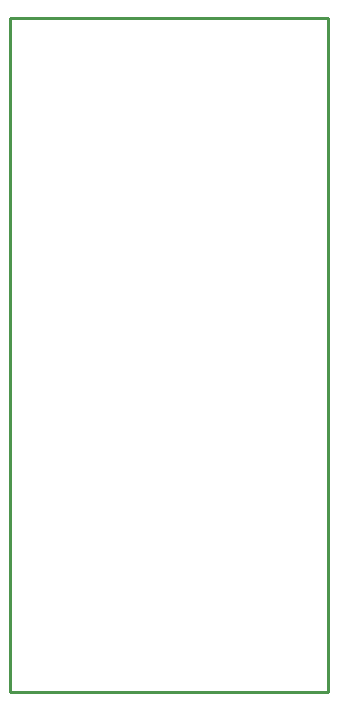
<source format=gbr>
G04 EAGLE Gerber RS-274X export*
G75*
%MOMM*%
%FSLAX34Y34*%
%LPD*%
%IN*%
%IPPOS*%
%AMOC8*
5,1,8,0,0,1.08239X$1,22.5*%
G01*
%ADD10C,0.254000*%


D10*
X0Y0D02*
X270000Y0D01*
X270000Y570000D01*
X0Y570000D01*
X0Y0D01*
M02*

</source>
